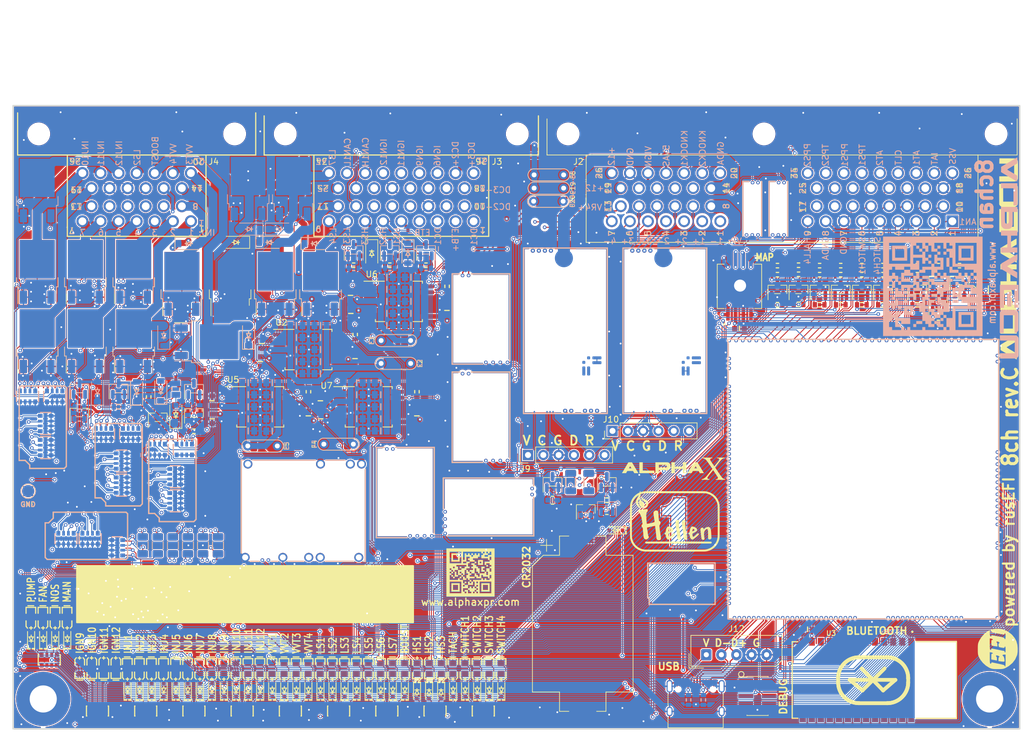
<source format=kicad_pcb>
(kicad_pcb (version 20221018) (generator pcbnew)

  (general
    (thickness 1.6)
  )

  (paper "A")
  (title_block
    (title "alpha8ch")
    (date "2023-10-03")
    (rev "c")
  )

  (layers
    (0 "F.Cu" signal)
    (1 "In1.Cu" signal)
    (2 "In2.Cu" signal)
    (31 "B.Cu" signal)
    (32 "B.Adhes" user "B.Adhesive")
    (33 "F.Adhes" user "F.Adhesive")
    (34 "B.Paste" user)
    (35 "F.Paste" user)
    (36 "B.SilkS" user "B.Silkscreen")
    (37 "F.SilkS" user "F.Silkscreen")
    (38 "B.Mask" user)
    (39 "F.Mask" user)
    (40 "Dwgs.User" user "User.Drawings")
    (41 "Cmts.User" user "User.Comments")
    (42 "Eco1.User" user "User.Eco1")
    (43 "Eco2.User" user "User.Eco2")
    (44 "Edge.Cuts" user)
    (45 "Margin" user)
    (46 "B.CrtYd" user "B.Courtyard")
    (47 "F.CrtYd" user "F.Courtyard")
    (48 "B.Fab" user)
    (49 "F.Fab" user)
  )

  (setup
    (stackup
      (layer "F.SilkS" (type "Top Silk Screen"))
      (layer "F.Paste" (type "Top Solder Paste"))
      (layer "F.Mask" (type "Top Solder Mask") (color "Green") (thickness 0.01))
      (layer "F.Cu" (type "copper") (thickness 0.035))
      (layer "dielectric 1" (type "core") (thickness 0.35) (material "FR4") (epsilon_r 4.5) (loss_tangent 0.02))
      (layer "In1.Cu" (type "copper") (thickness 0.018))
      (layer "dielectric 2" (type "prepreg") (thickness 0.774) (material "FR4") (epsilon_r 4.5) (loss_tangent 0.02))
      (layer "In2.Cu" (type "copper") (thickness 0.018))
      (layer "dielectric 3" (type "core") (thickness 0.35) (material "FR4") (epsilon_r 4.5) (loss_tangent 0.02))
      (layer "B.Cu" (type "copper") (thickness 0.035))
      (layer "B.Mask" (type "Bottom Solder Mask") (color "Green") (thickness 0.01))
      (layer "B.Paste" (type "Bottom Solder Paste"))
      (layer "B.SilkS" (type "Bottom Silk Screen"))
      (copper_finish "None")
      (dielectric_constraints no)
    )
    (pad_to_mask_clearance 0)
    (aux_axis_origin 21.22 99.98)
    (grid_origin 21.22 99.98)
    (pcbplotparams
      (layerselection 0x00310f8_ffffffff)
      (plot_on_all_layers_selection 0x0000000_00000000)
      (disableapertmacros true)
      (usegerberextensions true)
      (usegerberattributes false)
      (usegerberadvancedattributes true)
      (creategerberjobfile false)
      (dashed_line_dash_ratio 12.000000)
      (dashed_line_gap_ratio 3.000000)
      (svgprecision 6)
      (plotframeref false)
      (viasonmask false)
      (mode 1)
      (useauxorigin true)
      (hpglpennumber 1)
      (hpglpenspeed 20)
      (hpglpendiameter 15.000000)
      (dxfpolygonmode true)
      (dxfimperialunits true)
      (dxfusepcbnewfont true)
      (psnegative false)
      (psa4output false)
      (plotreference true)
      (plotvalue false)
      (plotinvisibletext false)
      (sketchpadsonfab false)
      (subtractmaskfromsilk false)
      (outputformat 1)
      (mirror false)
      (drillshape 0)
      (scaleselection 1)
      (outputdirectory "gerber/")
    )
  )

  (net 0 "")
  (net 1 "GND")
  (net 2 "+12V")
  (net 3 "+5VA")
  (net 4 "/INJ1")
  (net 5 "/INJ2")
  (net 6 "+5V")
  (net 7 "/VIGN")
  (net 8 "/OUT_IGN1")
  (net 9 "/OUT_IGN2")
  (net 10 "/OUT_INJ2")
  (net 11 "/OUT_INJ1")
  (net 12 "/OUT_TACH")
  (net 13 "/IN_HALL2")
  (net 14 "+12V_RAW")
  (net 15 "/IN_HALL4")
  (net 16 "/OUT_IGN3")
  (net 17 "/OUT_IGN4")
  (net 18 "Net-(BT2-+)")
  (net 19 "GNDA")
  (net 20 "/OUT_MAIN_LS")
  (net 21 "/OUT_INJ3")
  (net 22 "/OUT_INJ4")
  (net 23 "/OUT_LS7")
  (net 24 "/OUT_IGN5")
  (net 25 "/OUT_IGN6")
  (net 26 "/OUT_IGN7")
  (net 27 "/TACH")
  (net 28 "/IN_VIGN")
  (net 29 "/TLS115_PG")
  (net 30 "/OUT_IGN8")
  (net 31 "/OUT_INJ5")
  (net 32 "Net-(D78-K)")
  (net 33 "+3.3VA")
  (net 34 "Net-(Q21-S)")
  (net 35 "/OUT_INJ6")
  (net 36 "/VREF2")
  (net 37 "/OUT_INJ7")
  (net 38 "/PWR_EN")
  (net 39 "Net-(D2-K)")
  (net 40 "/OUT_INJ8")
  (net 41 "Net-(D2-A)")
  (net 42 "Net-(D3-K)")
  (net 43 "Net-(D3-A)")
  (net 44 "/OUT_HS1")
  (net 45 "+5VAS")
  (net 46 "Net-(D4-A)")
  (net 47 "/OUT_HS2")
  (net 48 "Net-(D46-K)")
  (net 49 "/IN_TPS1")
  (net 50 "/IN_TPS2")
  (net 51 "/IN_PPS2")
  (net 52 "/IN_FLEX")
  (net 53 "/IN_PPS1")
  (net 54 "/ETB_PWM")
  (net 55 "/OUT_HS3")
  (net 56 "Net-(D47-K)")
  (net 57 "/INJ3")
  (net 58 "/INJ4")
  (net 59 "/ETB_DIR")
  (net 60 "/ETB_DIS")
  (net 61 "/OUT_ETB+")
  (net 62 "/OUT_ETB-")
  (net 63 "Net-(D26-A)")
  (net 64 "Net-(D27-A)")
  (net 65 "Net-(D28-A)")
  (net 66 "Net-(D10-K)")
  (net 67 "Net-(D11-K)")
  (net 68 "/WBO1_R_Trim")
  (net 69 "/WBO1_Ip")
  (net 70 "/WBO1_Vs{slash}Ip")
  (net 71 "/WBO1_Vs")
  (net 72 "/WBO1_H-")
  (net 73 "/WBO2_R_Trim")
  (net 74 "/WBO2_Ip")
  (net 75 "/WBO2_Vs{slash}Ip")
  (net 76 "/WBO2_Vs")
  (net 77 "/WBO2_H-")
  (net 78 "Net-(D12-K)")
  (net 79 "Net-(D13-K)")
  (net 80 "Net-(D14-K)")
  (net 81 "/IN_KNOCK2")
  (net 82 "/IN_AN6")
  (net 83 "/IN_KNOCK1")
  (net 84 "/IN_AN1")
  (net 85 "/IN_AN2")
  (net 86 "/ONBOARD_MAP")
  (net 87 "/IN_AT2")
  (net 88 "/IN_AT1")
  (net 89 "/IN_AN3")
  (net 90 "/IN_AN4")
  (net 91 "/IN_AN5")
  (net 92 "/DC3_PWM")
  (net 93 "/DC3_DIR")
  (net 94 "/LS7")
  (net 95 "Net-(D15-K)")
  (net 96 "/INJ5")
  (net 97 "/INJ6")
  (net 98 "/INJ7")
  (net 99 "/INJ8")
  (net 100 "/DC2_PWM")
  (net 101 "/DC2_DIR")
  (net 102 "/DC1_DIR")
  (net 103 "/DC1_PWM")
  (net 104 "/CAN1-")
  (net 105 "/CAN1+")
  (net 106 "/IN_KNOCK_RAW2")
  (net 107 "/IN_KNOCK_RAW1")
  (net 108 "/CAN2-")
  (net 109 "/CAN2+")
  (net 110 "/OUT_INJ9")
  (net 111 "Net-(D16-K)")
  (net 112 "/OUT_INJ10")
  (net 113 "Net-(D17-K)")
  (net 114 "/OUT_DC1+")
  (net 115 "/OUT_DC3+")
  (net 116 "/OUT_DC3-")
  (net 117 "/OUT_DC1-")
  (net 118 "/OUT_DC2+")
  (net 119 "/OUT_DC2-")
  (net 120 "/OUT_INJ11")
  (net 121 "Net-(D18-K)")
  (net 122 "/OUT_INJ12")
  (net 123 "Net-(D19-K)")
  (net 124 "/OUT_PUMP_RELAY_LS")
  (net 125 "Net-(D20-K)")
  (net 126 "/OUT_FAN_RELAY_LS")
  (net 127 "Net-(D21-K)")
  (net 128 "/OUT_NOS_LS")
  (net 129 "Net-(D22-K)")
  (net 130 "/IN_SWITCH1")
  (net 131 "Net-(D23-K)")
  (net 132 "/IN_SWITCH2")
  (net 133 "Net-(D24-K)")
  (net 134 "/IN_SWITCH3")
  (net 135 "Net-(D25-K)")
  (net 136 "/IN_SWITCH4")
  (net 137 "Net-(D50-K)")
  (net 138 "/OUT_VVT1_LS")
  (net 139 "Net-(D51-K)")
  (net 140 "/OUT_VVT2_LS")
  (net 141 "Net-(D52-K)")
  (net 142 "/OUT_VVT3_LS")
  (net 143 "Net-(D53-K)")
  (net 144 "/OUT_VVT4_LS")
  (net 145 "Net-(D54-K)")
  (net 146 "/OUT_LS1")
  (net 147 "Net-(D55-K)")
  (net 148 "/OUT_LS2")
  (net 149 "Net-(D56-K)")
  (net 150 "/OUT_LS3")
  (net 151 "Net-(D57-K)")
  (net 152 "/OUT_LS4")
  (net 153 "Net-(D58-K)")
  (net 154 "/OUT_LS5")
  (net 155 "Net-(D59-K)")
  (net 156 "/OUT_LS6")
  (net 157 "Net-(D60-K)")
  (net 158 "Net-(D61-K)")
  (net 159 "/OUT_BOOST_LS")
  (net 160 "/OUT_IGN9")
  (net 161 "Net-(D62-K)")
  (net 162 "/OUT_IGN10")
  (net 163 "Net-(D63-K)")
  (net 164 "/OUT_IGN11")
  (net 165 "Net-(D64-K)")
  (net 166 "/OUT_IGN12")
  (net 167 "Net-(D65-K)")
  (net 168 "Net-(D78-COM)")
  (net 169 "Net-(D79-COM)")
  (net 170 "unconnected-(D80-Pad2)")
  (net 171 "Net-(D81-K)")
  (net 172 "Net-(D86-K)")
  (net 173 "Net-(D87-A)")
  (net 174 "unconnected-(D88-Pad2)")
  (net 175 "/12V_DC1")
  (net 176 "Net-(J3-11A)")
  (net 177 "Net-(J3-13A)")
  (net 178 "Net-(J3-19A)")
  (net 179 "Net-(J3-20A)")
  (net 180 "Net-(J3-21A)")
  (net 181 "Net-(J3-30A)")
  (net 182 "/IN_VR1-")
  (net 183 "/IN_VR1+")
  (net 184 "/IN_VR2+")
  (net 185 "/IN_IAT")
  (net 186 "/IN_CLT")
  (net 187 "/IN_VR2-")
  (net 188 "/IN_HALL1")
  (net 189 "/IN_VR3+")
  (net 190 "/IN_VR4+")
  (net 191 "/IN_HALL3{slash}SENT")
  (net 192 "/IN_HALL5")
  (net 193 "/IN_VR3-")
  (net 194 "/IN_VR4-")
  (net 195 "/IN_VSS")
  (net 196 "/IN_AN7")
  (net 197 "/IN_AN8")
  (net 198 "/IN_AN9")
  (net 199 "unconnected-(J5-Pin_1-Pad1)")
  (net 200 "unconnected-(J6-Pin_1-Pad1)")
  (net 201 "Net-(J9-Pin_1)")
  (net 202 "Net-(J9-Pin_2)")
  (net 203 "Net-(J9-Pin_4)")
  (net 204 "Net-(J9-Pin_5)")
  (net 205 "unconnected-(J9-Pin_6-Pad6)")
  (net 206 "Net-(J10-Pin_1)")
  (net 207 "Net-(J10-Pin_2)")
  (net 208 "Net-(J10-Pin_4)")
  (net 209 "Net-(J10-Pin_5)")
  (net 210 "unconnected-(J10-Pin_6-Pad6)")
  (net 211 "+3.3V")
  (net 212 "/MCU/SWDIO")
  (net 213 "/MCU/SWCLK")
  (net 214 "/MCU/SWO")
  (net 215 "unconnected-(J11-Pin_7-Pad7)")
  (net 216 "unconnected-(J11-Pin_8-Pad8)")
  (net 217 "/MCU/NRESET")
  (net 218 "/MCU/VBUS")
  (net 219 "/MCU/USB-")
  (net 220 "/MCU/USB+")
  (net 221 "Net-(J13-CC1)")
  (net 222 "unconnected-(J13-SBU1-PadA8)")
  (net 223 "Net-(J13-CC2)")
  (net 224 "unconnected-(J13-SBU2-PadB8)")
  (net 225 "unconnected-(M2-VBAT-PadE1)")
  (net 226 "Net-(M5-PULL_DOWN1)")
  (net 227 "unconnected-(M5-SEL2-PadJ2)")
  (net 228 "unconnected-(M5-PULL_DOWN2-PadJ_GND2)")
  (net 229 "unconnected-(M5-PULL_UP1-PadJ_VCC1)")
  (net 230 "unconnected-(M5-PULL_UP2-PadJ_VCC2)")
  (net 231 "unconnected-(M5-CAN_VIO-PadW2)")
  (net 232 "unconnected-(M5-VDDA-PadW9)")
  (net 233 "unconnected-(M6-SEL1-PadJ1)")
  (net 234 "Net-(M6-PULL_UP2)")
  (net 235 "unconnected-(M6-PULL_DOWN1-PadJ_GND1)")
  (net 236 "unconnected-(M6-PULL_DOWN2-PadJ_GND2)")
  (net 237 "unconnected-(M6-PULL_UP1-PadJ_VCC1)")
  (net 238 "unconnected-(M6-CAN_VIO-PadW2)")
  (net 239 "unconnected-(M6-VDDA-PadW9)")
  (net 240 "unconnected-(M7-NC-PadE1)")
  (net 241 "unconnected-(M7-NC-PadE2)")
  (net 242 "/VR2_THRESHOLD")
  (net 243 "/VR3_THRESHOLD")
  (net 244 "/VR4_THRESHOLD")
  (net 245 "/DC2_DIS")
  (net 246 "/MCU/CAN2_TX")
  (net 247 "unconnected-(M1001-SPI2_MISO_(PB14)-PadE2)")
  (net 248 "unconnected-(M1001-SPI2_MOSI_(PB15)-PadE3)")
  (net 249 "/MCU/CAN2_RX")
  (net 250 "/LS3")
  (net 251 "/LS5")
  (net 252 "/HS3")
  (net 253 "/LS6")
  (net 254 "/HALL1_PD_EN")
  (net 255 "/VSS_PD_EN")
  (net 256 "/HS2")
  (net 257 "/TEMP_PU_EN")
  (net 258 "/BOOST_LS")
  (net 259 "/VVT4_LS")
  (net 260 "/VVT3_LS")
  (net 261 "/VVT2_LS")
  (net 262 "/LS4")
  (net 263 "/NOS_LS")
  (net 264 "/TACH_12V")
  (net 265 "/LS2")
  (net 266 "/LS1")
  (net 267 "/VVT1_LS")
  (net 268 "/HS1")
  (net 269 "/VR1_HALL_EN")
  (net 270 "unconnected-(M1001-GNDA-PadE39)")
  (net 271 "/DC1_DIS")
  (net 272 "unconnected-(M1001-BOOT0-PadN5)")
  (net 273 "/IGN12")
  (net 274 "/IGN9")
  (net 275 "/IGN10")
  (net 276 "/IGN11")
  (net 277 "unconnected-(M1001-I2C_SCL_(PB10)-PadN14)")
  (net 278 "unconnected-(M1001-I2C_SDA_(PB11)-PadN15)")
  (net 279 "/MAIN_LS")
  (net 280 "/MCU/UART_TX")
  (net 281 "/MCU/UART_RX")
  (net 282 "/FAN_RELAY_LS")
  (net 283 "unconnected-(M1001-GP4_(PG9)-PadN20)")
  (net 284 "/PUMP_RELAY_LS")
  (net 285 "unconnected-(M1001-GP5_(PG15)-PadN23)")
  (net 286 "unconnected-(M1001-UART8_RX_(PE0)-PadN24)")
  (net 287 "unconnected-(M1001-UART8_TX_(PE1)-PadN25)")
  (net 288 "/FLEX_PD_EN")
  (net 289 "/DC3_DIS")
  (net 290 "/HALL5_PD_EN")
  (net 291 "/HALL4_PD_EN")
  (net 292 "/HALL3_PD_EN")
  (net 293 "/HALL2_PD_EN")
  (net 294 "unconnected-(M1001-V5A_SWITCHABLE-PadN30)")
  (net 295 "unconnected-(M1001-V33-PadN32)")
  (net 296 "/INJ9")
  (net 297 "/INJ10")
  (net 298 "/INJ11")
  (net 299 "/INJ12")
  (net 300 "/INJ/IN8")
  (net 301 "/INJ/IN7")
  (net 302 "/INJ/IN6")
  (net 303 "/INJ/IN5")
  (net 304 "/INJ/IN4")
  (net 305 "/INJ/IN3")
  (net 306 "/INJ/IN2")
  (net 307 "/INJ/IN1")
  (net 308 "/INJ/IN12")
  (net 309 "/INJ/IN11")
  (net 310 "/INJ/IN10")
  (net 311 "/INJ/IN9")
  (net 312 "/LEVEL_CONVERTER/OUT32")
  (net 313 "/LEVEL_CONVERTER/OUT31")
  (net 314 "/LEVEL_CONVERTER/OUT30")
  (net 315 "/LEVEL_CONVERTER/OUT29")
  (net 316 "/LEVEL_CONVERTER/OUT28")
  (net 317 "/LEVEL_CONVERTER/OUT27")
  (net 318 "/LEVEL_CONVERTER/OUT26")
  (net 319 "/LEVEL_CONVERTER/OUT25")
  (net 320 "Net-(Q2-G)")
  (net 321 "Net-(Q2-S)")
  (net 322 "Net-(Q4-D)")
  (net 323 "Net-(Q5-G)")
  (net 324 "Net-(Q6-G)")
  (net 325 "Net-(Q10-D)")
  (net 326 "Net-(Q11-G)")
  (net 327 "Net-(Q11-D)")
  (net 328 "Net-(Q12-D)")
  (net 329 "Net-(Q14-D)")
  (net 330 "Net-(Q15-D)")
  (net 331 "Net-(Q16-D)")
  (net 332 "Net-(Q17-D)")
  (net 333 "Net-(Q18-D)")
  (net 334 "Net-(Q19-D)")
  (net 335 "Net-(Q20-D)")
  (net 336 "Net-(Q21-G)")
  (net 337 "Net-(Q22-D)")
  (net 338 "Net-(R13-Pad1)")
  (net 339 "Net-(R14-Pad1)")
  (net 340 "unconnected-(U3-IO1-Pad5)")
  (net 341 "unconnected-(U3-IO2-Pad6)")
  (net 342 "unconnected-(U5-SO-Pad3)")
  (net 343 "unconnected-(U6-SO-Pad3)")
  (net 344 "unconnected-(U7-SO-Pad3)")
  (net 345 "/12V_DC2")
  (net 346 "unconnected-(U4-Pad1)")
  (net 347 "unconnected-(U4-Pad5)")
  (net 348 "unconnected-(U4-Pad6)")
  (net 349 "unconnected-(U4-Pad7)")
  (net 350 "unconnected-(U4-Pad8)")
  (net 351 "/LEVEL_CONVERTER/OUT16")
  (net 352 "/LEVEL_CONVERTER/OUT15")
  (net 353 "/LEVEL_CONVERTER/OUT14")
  (net 354 "/LEVEL_CONVERTER/OUT13")
  (net 355 "Net-(J2B-26B)")
  (net 356 "Net-(J3-28A)")
  (net 357 "Net-(J3-29A)")
  (net 358 "Net-(J3-23A)")
  (net 359 "Net-(J3-15A)")
  (net 360 "Net-(J3-31A)")
  (net 361 "Net-(J3-14A)")
  (net 362 "Net-(J2B-19B)")
  (net 363 "/12V_DC3")
  (net 364 "/12V_ETB")
  (net 365 "unconnected-(D82-Pad3)")
  (net 366 "unconnected-(U2-SO-Pad3)")
  (net 367 "unconnected-(U3-EN-Pad15)")
  (net 368 "unconnected-(U3-ALED-Pad16)")
  (net 369 "unconnected-(U3-STAT-Pad17)")
  (net 370 "/VR1")
  (net 371 "/VR2")
  (net 372 "/VR2_A")
  (net 373 "/VR3_A")
  (net 374 "/VR3")
  (net 375 "/VR4_A")
  (net 376 "/VR4")
  (net 377 "unconnected-(M1001-IN_AUX8{slash}CAN1_WKUP_(PA0)-PadS5a)")
  (net 378 "unconnected-(M1001-VREF1-PadS35)")
  (net 379 "unconnected-(M1001-V33_REF-PadW3)")
  (net 380 "unconnected-(M13-OUT_IGN8-PadS1)")
  (net 381 "unconnected-(M13-OUT_IGN7-PadS2)")
  (net 382 "unconnected-(M13-OUT_IGN6-PadS3)")
  (net 383 "unconnected-(M13-OUT_IGN5-PadS4)")
  (net 384 "Net-(M13-IGN8)")
  (net 385 "Net-(M13-IGN7)")
  (net 386 "Net-(M13-IGN6)")
  (net 387 "Net-(M13-IGN5)")
  (net 388 "Net-(J2B-24B)")

  (footprint "kicad6-libraries:alphax_qr_code" (layer "F.Cu") (at 97.1 74 90))

  (footprint "hellen-one-common:LED-0603" (layer "F.Cu") (at 88.22 89.9 90))

  (footprint "hellen-one-common:C0603" (layer "F.Cu") (at 153.02 83.4))

  (footprint "hellen-one-common:C0603" (layer "F.Cu") (at 72.22 48.5 90))

  (footprint "hellen-one-common:LED-0603" (layer "F.Cu") (at 74.22 90 -90))

  (footprint "hellen-one-common:R0603" (layer "F.Cu") (at 158.52 23.0625))

  (footprint "hellen-one-common:LED-0603" (layer "F.Cu") (at 64.22 90 -90))

  (footprint "hellen-one-common:LED-0603" (layer "F.Cu") (at 86.22 90 -90))

  (footprint "Connector_PinHeader_2.54mm:PinHeader_1x06_P2.54mm_Vertical" (layer "F.Cu") (at 120.66 50.5 90))

  (footprint "hellen-one-common:LED-0603" (layer "F.Cu") (at 82.22 90 -90))

  (footprint "hellen-one-common:R0603" (layer "F.Cu") (at 151.52 29.5))

  (footprint "hellen-one-common:C0603" (layer "F.Cu") (at 54.22 48.5 90))

  (footprint "hellen-one-common:R0603" (layer "F.Cu") (at 171.22 29.5625))

  (footprint "hellen-one-common:SOD-323" (layer "F.Cu") (at 54.22 93.5 90))

  (footprint "hellen-one-common:LED-0603" (layer "F.Cu") (at 92.22 89.9 90))

  (footprint "hellen-one-common:SOT-23" (layer "F.Cu") (at 32.22 47.5 90))

  (footprint "hellen-one-common:LED-0603" (layer "F.Cu") (at 60.22 90 -90))

  (footprint "hellen-one-common:R0603" (layer "F.Cu") (at 89.72 23))

  (footprint "hellen-one-common:LED-0603" (layer "F.Cu") (at 46.22 90 -90))

  (footprint "hellen-one-common:R0603" (layer "F.Cu") (at 165.52 29.5625))

  (footprint "hellen-one-common:LED-0603" (layer "F.Cu") (at 26.22 81.5 -90))

  (footprint "Package_SO:Infineon_PG-DSO-12-11" (layer "F.Cu") (at 62.22 46.5))

  (footprint "hellen-one-common:R0603" (layer "F.Cu") (at 165.52 23.0625))

  (footprint "hellen-one-common:LED-0603" (layer "F.Cu") (at 24.22 81.5 -90))

  (footprint "hellen-one-common:SOD-323" (layer "F.Cu") (at 28.22 85 90))

  (footprint "hellen-one-common:R0603" (layer "F.Cu") (at 158.52 29.5625))

  (footprint "hellen-one-common:SOD-323" (layer "F.Cu") (at 46.22 93.5 90))

  (footprint "hellen-one-common:R0603" (layer "F.Cu") (at 77.72 23))

  (footprint "Fuse:Fuse_1206_3216Metric" (layer "F.Cu") (at 47.72 69.5 -90))

  (footprint "hellen-one-common:R0603" (layer "F.Cu") (at 155.02 23.0625))

  (footprint "hellen-one-common:PAD-1206-PAD" (layer "F.Cu") (at 62.6 53 180))

  (footprint "hellen-one-common:SOD-323" (layer "F.Cu") (at 72.22 93.5 90))

  (footprint "hellen-one-common:R1206" (layer "F.Cu") (at 116.72 59 90))

  (footprint "hellen-one-common:C0603" (layer "F.Cu") (at 93.22 30.5 -90))

  (footprint "hellen-one-common:PAD-1206-PAD" (layer "F.Cu") (at 84.72 35.5))

  (footprint "hellen-one-common:R0603-4" (layer "F.Cu") (at 99.22 97 90))

  (footprint "hellen-one-common:SOT-23" (layer "F.Cu") (at 174.72 29.5625 90))

  (footprint "hellen-one-common:SOT-23" (layer "F.Cu") (at 171.22 27.0625 90))

  (footprint "hellen-one-common:PAD-1206-PAD" (layer "F.Cu") (at 110.02 12.38 180))

  (footprint "hellen-one-common:LED-0603" (layer "F.Cu") (at 32.22 89.9 90))

  (footprint "hellen-one-common:LED-0603" (layer "F.Cu") (at 40.22 90 -90))

  (footprint "hellen-one-common:SOT-23" (layer "F.Cu") (at 155.02 27.0625 90))

  (footprint "hellen-one-common:C0603" (layer "F.Cu") (at 70.22 48 -90))

  (footprint "hellen-one-vr-discrete-0.4:vr-discrete" (layer "F.Cu") (at 81.38 53.125 -90))

  (footprint "Connector_USB:USB_C_Receptacle_XKB_U262-16XN-4BVC11" (layer "F.Cu") (at 134.445954 96))

  (footprint "hellen-one-common:R0603" (layer "F.Cu") (at 38.72 46.5))

  (footprint "hellen-one-common:SOD-323" (layer "F.Cu") (at 56.22 93.5 90))

  (footprint "hellen-one-common:LED-0603" (layer "F.Cu") (at 84.22 90 -90))

  (footprint "Package_SO:Infineon_PG-DSO-12-11" (layer "F.Cu") (at 70.22 37))

  (footprint "hellen-one-common:R0603" (layer "F.Cu") (at 162.02 29.5625))

  (footprint "hellen-one-common:SOT-23" (layer "F.Cu") (at 32.22 43.5 90))

  (footprint "hellen-one-common:SOT-23" (layer "F.Cu")
    (tstamp 3b8a401d-dda3-4467-9f74-c76a250cfd45)
    (at 110.72 59 90)
    (descr "SOT, 3 Pin (https://www.jedec.org/system/files/docs/to-236h.pdf variant AB), generated with kicad-footprint-generator ipc_gullwing_generator.py")
    (tags "SOT TO_SOT_SMD")
    (property "LCSC" "C32677")
    (property "Sheetfile" "VR4.kicad_sch")
    (property "Sheetname" "VRx4")
    (property "ki_description" "19V 13.3V 12V Bi-Directional SOT-23(SOT-23-3) TVS")
    (property "ki_keywords" "TVS")
    (path "/ab1a1cd8-d915-46e5-a529-e63ee7df9353/e65a4b3a-c875-4a52-ad5d-858b73cad3b0")
    (attr smd)
    (fp_text reference "D80" (at 0 -2.4 90) (layer "F.SilkS") hide
        (effects (font (size 1 1) (thickness 0.15)))
      (tstamp 12fdc85f-1ad1-4160-8a02-e27d196afb9b)
    )
    (fp_text value "PSM712-LF" (at 0 2.4 90) (layer "F.Fab")
        (effects (font (size 1 1) (thickness 0.15)))
      (tstamp ad4f43ad-ed38-4d6c-bd6a-e1f96cabb0dc)
    )
    (fp_text user "${REFERENCE}" (at 0 0 90) (layer "F.Fab")
        (effects (font (size 0.32 0.32) (thickness 0.05)))
      (tstamp 693912af-882c-4711-8e9e-81a48bcdaa0e)
    )
    (fp_line (start -0.65 0.45) (end -0.65 -0.475)
      (stroke (width 0.12) (type solid)) (layer "F.SilkS") (tstamp 230eccfc-9b41-4458-9ef3-36a8313b713a))
    (fp_line (start 0 -1.56) (end -1.675 -1.56)
      (stroke (width 0.12) (type solid)) (layer "F.SilkS") (tstamp 5ceb3fc2-75e8-4c48-b8a5-8b1a0d3e20d6))
    (fp_line (start 0 -1.56) (end 0.65 -1.56)
      (stroke (width 0.12) (type solid)) (layer "F.SilkS") (tstamp b76f51ee-72ba-4722-9cc8-98e8b444a072))
    (fp_line (start 0 1.56) (end -0.65 1.56)
      (stroke (width 0.12) (type solid)) (layer "F.SilkS") (tstamp 629ea37f-7f70-4e3e-9be2-573968944d72))
    (fp_line (start 0 1.56) (end 0.65 1.56)
      (stroke (width 0.12) (type solid)) (layer "F.SilkS") (tstamp 673020b4-7110-408f-857d-a98b0bec859f))
    (fp_line (start 0.75 -0.5) (end 0.75 -1.56)
      (stroke (width 0.12) (type solid)) (layer "F.SilkS") (tstamp 4118b90c-1b38-4ffe-8fdc-9cd53d51ca07))
    (fp_line (start 0.75 1.55) (end 0.75 0.55)
      (stroke (width 0.12) (type solid)) (layer "F.SilkS") (tstamp 03620edf-a8d0-4dc2-bef7-a415d98b5c3c))
    (fp_line (start -1.92 -1.7) (end -1.92 1.7)
      (stroke (width 0.05) (type solid)) (layer "F.CrtYd") (tstamp 373d34f5-5cbd-4251-887c-ced910ec26ff))
    (fp_line (start -1.92 1.7) (end 1.92 1.7)
      (stroke (width 0.05) (type solid)) (layer "F.CrtYd") (tstamp 11846104-f275-4cb0-b070-1cc2727e43f5))
    (fp_line (start 1.92 -1.7) (end -1.92 -1.7)
      (stroke (width 0.05) (type solid)) (layer "F.CrtYd") (tstamp b781aa56-9a17-41df-a7ef-13bc3f2b9248))
    (fp_line (start 1.92 1.7) (end 1.92 -1.7)
      (stroke (width 0.05) (type solid)) (layer "F.CrtYd") (tstamp 0c3bdd8e-9f31-49c1-97c2-c90027dc799f))
    (fp_line (start -0.65 -1.125) (end -0.325 -1.45)
      (stroke (width 0.1) (type solid)) (layer "F.Fab") (tstamp 31f36a2f-963d-48f1-b1fd-a58513731758))
    (fp_line (start -0.65 1.45) (end -0.65 -1.125)
      (stroke (width 0.1) (type solid)) (layer "F.Fab") (tstamp 7d728635-b4d8-47ed-b3e3-06bb66278da2))
    (fp_line (start -0.325 -1.45) (end 0.65 -1.45)
      (stroke (width 0.1) (type solid)) (layer "F.Fab") (tstamp 5f7af6a3-ffc7-40b3-b9d8-61b9ef1168c0))
    (fp_line (start 0.65 -1.45) (end 0.65 1.45)
      (stroke (width 0.1) (type solid)) (layer "F.Fab") (tstamp 40db6001-ec54-4751-a2cd-80067957b8eb))
    (fp_line (start 0.65 1.45) (end -0.65 1.45)
      (stroke (width 0.1) (type solid)) (layer "F.Fab") (tstamp e21fbec0-de0c-4125-8b89-6a5e10010986))
    (pad "1
... [6886834 chars truncated]
</source>
